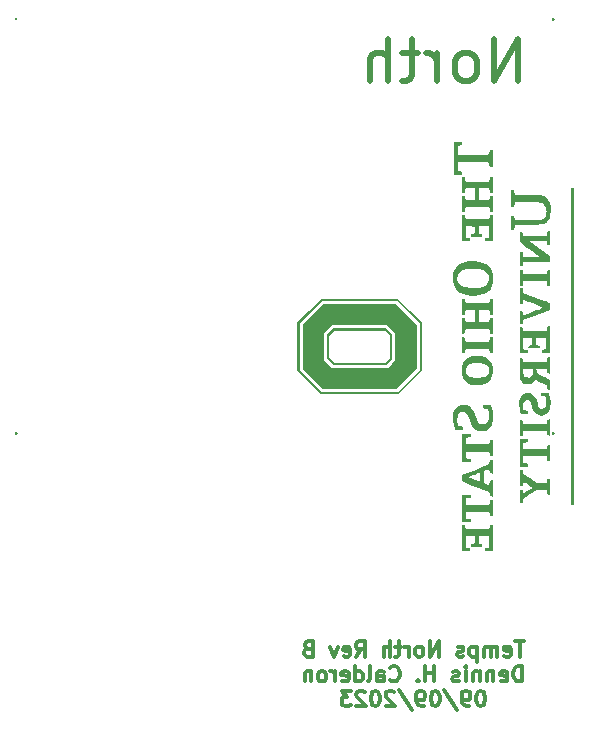
<source format=gbr>
%TF.GenerationSoftware,KiCad,Pcbnew,7.0.7*%
%TF.CreationDate,2023-09-14T17:32:12-04:00*%
%TF.ProjectId,Temps_North_DCT_HSK,54656d70-735f-44e6-9f72-74685f444354,B*%
%TF.SameCoordinates,Original*%
%TF.FileFunction,Legend,Bot*%
%TF.FilePolarity,Positive*%
%FSLAX46Y46*%
G04 Gerber Fmt 4.6, Leading zero omitted, Abs format (unit mm)*
G04 Created by KiCad (PCBNEW 7.0.7) date 2023-09-14 17:32:12*
%MOMM*%
%LPD*%
G01*
G04 APERTURE LIST*
%ADD10C,0.254000*%
%ADD11C,0.300000*%
%ADD12C,0.500000*%
G04 APERTURE END LIST*
D10*
X148920200Y-54838600D02*
G75*
G03*
X148920200Y-54838600I-25400J0D01*
G01*
X103454200Y-89916000D02*
G75*
G03*
X103454200Y-89916000I-25400J0D01*
G01*
X103454200Y-54813200D02*
G75*
G03*
X103454200Y-54813200I-25400J0D01*
G01*
X148920200Y-89916000D02*
G75*
G03*
X148920200Y-89916000I-25400J0D01*
G01*
D11*
X146462370Y-107505004D02*
X145719513Y-107505004D01*
X146090941Y-108805004D02*
X146090941Y-107505004D01*
X144790942Y-108743100D02*
X144914751Y-108805004D01*
X144914751Y-108805004D02*
X145162370Y-108805004D01*
X145162370Y-108805004D02*
X145286180Y-108743100D01*
X145286180Y-108743100D02*
X145348084Y-108619290D01*
X145348084Y-108619290D02*
X145348084Y-108124052D01*
X145348084Y-108124052D02*
X145286180Y-108000242D01*
X145286180Y-108000242D02*
X145162370Y-107938338D01*
X145162370Y-107938338D02*
X144914751Y-107938338D01*
X144914751Y-107938338D02*
X144790942Y-108000242D01*
X144790942Y-108000242D02*
X144729037Y-108124052D01*
X144729037Y-108124052D02*
X144729037Y-108247861D01*
X144729037Y-108247861D02*
X145348084Y-108371671D01*
X144171894Y-108805004D02*
X144171894Y-107938338D01*
X144171894Y-108062147D02*
X144109989Y-108000242D01*
X144109989Y-108000242D02*
X143986179Y-107938338D01*
X143986179Y-107938338D02*
X143800465Y-107938338D01*
X143800465Y-107938338D02*
X143676656Y-108000242D01*
X143676656Y-108000242D02*
X143614751Y-108124052D01*
X143614751Y-108124052D02*
X143614751Y-108805004D01*
X143614751Y-108124052D02*
X143552846Y-108000242D01*
X143552846Y-108000242D02*
X143429037Y-107938338D01*
X143429037Y-107938338D02*
X143243322Y-107938338D01*
X143243322Y-107938338D02*
X143119513Y-108000242D01*
X143119513Y-108000242D02*
X143057608Y-108124052D01*
X143057608Y-108124052D02*
X143057608Y-108805004D01*
X142438561Y-107938338D02*
X142438561Y-109238338D01*
X142438561Y-108000242D02*
X142314751Y-107938338D01*
X142314751Y-107938338D02*
X142067132Y-107938338D01*
X142067132Y-107938338D02*
X141943323Y-108000242D01*
X141943323Y-108000242D02*
X141881418Y-108062147D01*
X141881418Y-108062147D02*
X141819513Y-108185957D01*
X141819513Y-108185957D02*
X141819513Y-108557385D01*
X141819513Y-108557385D02*
X141881418Y-108681195D01*
X141881418Y-108681195D02*
X141943323Y-108743100D01*
X141943323Y-108743100D02*
X142067132Y-108805004D01*
X142067132Y-108805004D02*
X142314751Y-108805004D01*
X142314751Y-108805004D02*
X142438561Y-108743100D01*
X141324275Y-108743100D02*
X141200466Y-108805004D01*
X141200466Y-108805004D02*
X140952847Y-108805004D01*
X140952847Y-108805004D02*
X140829037Y-108743100D01*
X140829037Y-108743100D02*
X140767133Y-108619290D01*
X140767133Y-108619290D02*
X140767133Y-108557385D01*
X140767133Y-108557385D02*
X140829037Y-108433576D01*
X140829037Y-108433576D02*
X140952847Y-108371671D01*
X140952847Y-108371671D02*
X141138561Y-108371671D01*
X141138561Y-108371671D02*
X141262371Y-108309766D01*
X141262371Y-108309766D02*
X141324275Y-108185957D01*
X141324275Y-108185957D02*
X141324275Y-108124052D01*
X141324275Y-108124052D02*
X141262371Y-108000242D01*
X141262371Y-108000242D02*
X141138561Y-107938338D01*
X141138561Y-107938338D02*
X140952847Y-107938338D01*
X140952847Y-107938338D02*
X140829037Y-108000242D01*
X139219514Y-108805004D02*
X139219514Y-107505004D01*
X139219514Y-107505004D02*
X138476657Y-108805004D01*
X138476657Y-108805004D02*
X138476657Y-107505004D01*
X137671894Y-108805004D02*
X137795704Y-108743100D01*
X137795704Y-108743100D02*
X137857609Y-108681195D01*
X137857609Y-108681195D02*
X137919513Y-108557385D01*
X137919513Y-108557385D02*
X137919513Y-108185957D01*
X137919513Y-108185957D02*
X137857609Y-108062147D01*
X137857609Y-108062147D02*
X137795704Y-108000242D01*
X137795704Y-108000242D02*
X137671894Y-107938338D01*
X137671894Y-107938338D02*
X137486180Y-107938338D01*
X137486180Y-107938338D02*
X137362371Y-108000242D01*
X137362371Y-108000242D02*
X137300466Y-108062147D01*
X137300466Y-108062147D02*
X137238561Y-108185957D01*
X137238561Y-108185957D02*
X137238561Y-108557385D01*
X137238561Y-108557385D02*
X137300466Y-108681195D01*
X137300466Y-108681195D02*
X137362371Y-108743100D01*
X137362371Y-108743100D02*
X137486180Y-108805004D01*
X137486180Y-108805004D02*
X137671894Y-108805004D01*
X136681419Y-108805004D02*
X136681419Y-107938338D01*
X136681419Y-108185957D02*
X136619514Y-108062147D01*
X136619514Y-108062147D02*
X136557609Y-108000242D01*
X136557609Y-108000242D02*
X136433800Y-107938338D01*
X136433800Y-107938338D02*
X136309990Y-107938338D01*
X136062371Y-107938338D02*
X135567133Y-107938338D01*
X135876657Y-107505004D02*
X135876657Y-108619290D01*
X135876657Y-108619290D02*
X135814752Y-108743100D01*
X135814752Y-108743100D02*
X135690942Y-108805004D01*
X135690942Y-108805004D02*
X135567133Y-108805004D01*
X135133800Y-108805004D02*
X135133800Y-107505004D01*
X134576657Y-108805004D02*
X134576657Y-108124052D01*
X134576657Y-108124052D02*
X134638562Y-108000242D01*
X134638562Y-108000242D02*
X134762371Y-107938338D01*
X134762371Y-107938338D02*
X134948085Y-107938338D01*
X134948085Y-107938338D02*
X135071895Y-108000242D01*
X135071895Y-108000242D02*
X135133800Y-108062147D01*
X132224277Y-108805004D02*
X132657610Y-108185957D01*
X132967134Y-108805004D02*
X132967134Y-107505004D01*
X132967134Y-107505004D02*
X132471896Y-107505004D01*
X132471896Y-107505004D02*
X132348086Y-107566909D01*
X132348086Y-107566909D02*
X132286181Y-107628814D01*
X132286181Y-107628814D02*
X132224277Y-107752623D01*
X132224277Y-107752623D02*
X132224277Y-107938338D01*
X132224277Y-107938338D02*
X132286181Y-108062147D01*
X132286181Y-108062147D02*
X132348086Y-108124052D01*
X132348086Y-108124052D02*
X132471896Y-108185957D01*
X132471896Y-108185957D02*
X132967134Y-108185957D01*
X131171896Y-108743100D02*
X131295705Y-108805004D01*
X131295705Y-108805004D02*
X131543324Y-108805004D01*
X131543324Y-108805004D02*
X131667134Y-108743100D01*
X131667134Y-108743100D02*
X131729038Y-108619290D01*
X131729038Y-108619290D02*
X131729038Y-108124052D01*
X131729038Y-108124052D02*
X131667134Y-108000242D01*
X131667134Y-108000242D02*
X131543324Y-107938338D01*
X131543324Y-107938338D02*
X131295705Y-107938338D01*
X131295705Y-107938338D02*
X131171896Y-108000242D01*
X131171896Y-108000242D02*
X131109991Y-108124052D01*
X131109991Y-108124052D02*
X131109991Y-108247861D01*
X131109991Y-108247861D02*
X131729038Y-108371671D01*
X130676657Y-107938338D02*
X130367133Y-108805004D01*
X130367133Y-108805004D02*
X130057610Y-107938338D01*
X128138562Y-108124052D02*
X127952848Y-108185957D01*
X127952848Y-108185957D02*
X127890943Y-108247861D01*
X127890943Y-108247861D02*
X127829039Y-108371671D01*
X127829039Y-108371671D02*
X127829039Y-108557385D01*
X127829039Y-108557385D02*
X127890943Y-108681195D01*
X127890943Y-108681195D02*
X127952848Y-108743100D01*
X127952848Y-108743100D02*
X128076658Y-108805004D01*
X128076658Y-108805004D02*
X128571896Y-108805004D01*
X128571896Y-108805004D02*
X128571896Y-107505004D01*
X128571896Y-107505004D02*
X128138562Y-107505004D01*
X128138562Y-107505004D02*
X128014753Y-107566909D01*
X128014753Y-107566909D02*
X127952848Y-107628814D01*
X127952848Y-107628814D02*
X127890943Y-107752623D01*
X127890943Y-107752623D02*
X127890943Y-107876433D01*
X127890943Y-107876433D02*
X127952848Y-108000242D01*
X127952848Y-108000242D02*
X128014753Y-108062147D01*
X128014753Y-108062147D02*
X128138562Y-108124052D01*
X128138562Y-108124052D02*
X128571896Y-108124052D01*
X146276656Y-110898004D02*
X146276656Y-109598004D01*
X146276656Y-109598004D02*
X145967132Y-109598004D01*
X145967132Y-109598004D02*
X145781418Y-109659909D01*
X145781418Y-109659909D02*
X145657608Y-109783719D01*
X145657608Y-109783719D02*
X145595703Y-109907528D01*
X145595703Y-109907528D02*
X145533799Y-110155147D01*
X145533799Y-110155147D02*
X145533799Y-110340861D01*
X145533799Y-110340861D02*
X145595703Y-110588480D01*
X145595703Y-110588480D02*
X145657608Y-110712290D01*
X145657608Y-110712290D02*
X145781418Y-110836100D01*
X145781418Y-110836100D02*
X145967132Y-110898004D01*
X145967132Y-110898004D02*
X146276656Y-110898004D01*
X144481418Y-110836100D02*
X144605227Y-110898004D01*
X144605227Y-110898004D02*
X144852846Y-110898004D01*
X144852846Y-110898004D02*
X144976656Y-110836100D01*
X144976656Y-110836100D02*
X145038560Y-110712290D01*
X145038560Y-110712290D02*
X145038560Y-110217052D01*
X145038560Y-110217052D02*
X144976656Y-110093242D01*
X144976656Y-110093242D02*
X144852846Y-110031338D01*
X144852846Y-110031338D02*
X144605227Y-110031338D01*
X144605227Y-110031338D02*
X144481418Y-110093242D01*
X144481418Y-110093242D02*
X144419513Y-110217052D01*
X144419513Y-110217052D02*
X144419513Y-110340861D01*
X144419513Y-110340861D02*
X145038560Y-110464671D01*
X143862370Y-110031338D02*
X143862370Y-110898004D01*
X143862370Y-110155147D02*
X143800465Y-110093242D01*
X143800465Y-110093242D02*
X143676655Y-110031338D01*
X143676655Y-110031338D02*
X143490941Y-110031338D01*
X143490941Y-110031338D02*
X143367132Y-110093242D01*
X143367132Y-110093242D02*
X143305227Y-110217052D01*
X143305227Y-110217052D02*
X143305227Y-110898004D01*
X142686180Y-110031338D02*
X142686180Y-110898004D01*
X142686180Y-110155147D02*
X142624275Y-110093242D01*
X142624275Y-110093242D02*
X142500465Y-110031338D01*
X142500465Y-110031338D02*
X142314751Y-110031338D01*
X142314751Y-110031338D02*
X142190942Y-110093242D01*
X142190942Y-110093242D02*
X142129037Y-110217052D01*
X142129037Y-110217052D02*
X142129037Y-110898004D01*
X141509990Y-110898004D02*
X141509990Y-110031338D01*
X141509990Y-109598004D02*
X141571894Y-109659909D01*
X141571894Y-109659909D02*
X141509990Y-109721814D01*
X141509990Y-109721814D02*
X141448085Y-109659909D01*
X141448085Y-109659909D02*
X141509990Y-109598004D01*
X141509990Y-109598004D02*
X141509990Y-109721814D01*
X140952846Y-110836100D02*
X140829037Y-110898004D01*
X140829037Y-110898004D02*
X140581418Y-110898004D01*
X140581418Y-110898004D02*
X140457608Y-110836100D01*
X140457608Y-110836100D02*
X140395704Y-110712290D01*
X140395704Y-110712290D02*
X140395704Y-110650385D01*
X140395704Y-110650385D02*
X140457608Y-110526576D01*
X140457608Y-110526576D02*
X140581418Y-110464671D01*
X140581418Y-110464671D02*
X140767132Y-110464671D01*
X140767132Y-110464671D02*
X140890942Y-110402766D01*
X140890942Y-110402766D02*
X140952846Y-110278957D01*
X140952846Y-110278957D02*
X140952846Y-110217052D01*
X140952846Y-110217052D02*
X140890942Y-110093242D01*
X140890942Y-110093242D02*
X140767132Y-110031338D01*
X140767132Y-110031338D02*
X140581418Y-110031338D01*
X140581418Y-110031338D02*
X140457608Y-110093242D01*
X138848085Y-110898004D02*
X138848085Y-109598004D01*
X138848085Y-110217052D02*
X138105228Y-110217052D01*
X138105228Y-110898004D02*
X138105228Y-109598004D01*
X137486180Y-110774195D02*
X137424275Y-110836100D01*
X137424275Y-110836100D02*
X137486180Y-110898004D01*
X137486180Y-110898004D02*
X137548084Y-110836100D01*
X137548084Y-110836100D02*
X137486180Y-110774195D01*
X137486180Y-110774195D02*
X137486180Y-110898004D01*
X135133799Y-110774195D02*
X135195703Y-110836100D01*
X135195703Y-110836100D02*
X135381418Y-110898004D01*
X135381418Y-110898004D02*
X135505227Y-110898004D01*
X135505227Y-110898004D02*
X135690941Y-110836100D01*
X135690941Y-110836100D02*
X135814751Y-110712290D01*
X135814751Y-110712290D02*
X135876656Y-110588480D01*
X135876656Y-110588480D02*
X135938560Y-110340861D01*
X135938560Y-110340861D02*
X135938560Y-110155147D01*
X135938560Y-110155147D02*
X135876656Y-109907528D01*
X135876656Y-109907528D02*
X135814751Y-109783719D01*
X135814751Y-109783719D02*
X135690941Y-109659909D01*
X135690941Y-109659909D02*
X135505227Y-109598004D01*
X135505227Y-109598004D02*
X135381418Y-109598004D01*
X135381418Y-109598004D02*
X135195703Y-109659909D01*
X135195703Y-109659909D02*
X135133799Y-109721814D01*
X134019513Y-110898004D02*
X134019513Y-110217052D01*
X134019513Y-110217052D02*
X134081418Y-110093242D01*
X134081418Y-110093242D02*
X134205227Y-110031338D01*
X134205227Y-110031338D02*
X134452846Y-110031338D01*
X134452846Y-110031338D02*
X134576656Y-110093242D01*
X134019513Y-110836100D02*
X134143322Y-110898004D01*
X134143322Y-110898004D02*
X134452846Y-110898004D01*
X134452846Y-110898004D02*
X134576656Y-110836100D01*
X134576656Y-110836100D02*
X134638560Y-110712290D01*
X134638560Y-110712290D02*
X134638560Y-110588480D01*
X134638560Y-110588480D02*
X134576656Y-110464671D01*
X134576656Y-110464671D02*
X134452846Y-110402766D01*
X134452846Y-110402766D02*
X134143322Y-110402766D01*
X134143322Y-110402766D02*
X134019513Y-110340861D01*
X133214751Y-110898004D02*
X133338561Y-110836100D01*
X133338561Y-110836100D02*
X133400466Y-110712290D01*
X133400466Y-110712290D02*
X133400466Y-109598004D01*
X132162371Y-110898004D02*
X132162371Y-109598004D01*
X132162371Y-110836100D02*
X132286180Y-110898004D01*
X132286180Y-110898004D02*
X132533799Y-110898004D01*
X132533799Y-110898004D02*
X132657609Y-110836100D01*
X132657609Y-110836100D02*
X132719514Y-110774195D01*
X132719514Y-110774195D02*
X132781418Y-110650385D01*
X132781418Y-110650385D02*
X132781418Y-110278957D01*
X132781418Y-110278957D02*
X132719514Y-110155147D01*
X132719514Y-110155147D02*
X132657609Y-110093242D01*
X132657609Y-110093242D02*
X132533799Y-110031338D01*
X132533799Y-110031338D02*
X132286180Y-110031338D01*
X132286180Y-110031338D02*
X132162371Y-110093242D01*
X131048086Y-110836100D02*
X131171895Y-110898004D01*
X131171895Y-110898004D02*
X131419514Y-110898004D01*
X131419514Y-110898004D02*
X131543324Y-110836100D01*
X131543324Y-110836100D02*
X131605228Y-110712290D01*
X131605228Y-110712290D02*
X131605228Y-110217052D01*
X131605228Y-110217052D02*
X131543324Y-110093242D01*
X131543324Y-110093242D02*
X131419514Y-110031338D01*
X131419514Y-110031338D02*
X131171895Y-110031338D01*
X131171895Y-110031338D02*
X131048086Y-110093242D01*
X131048086Y-110093242D02*
X130986181Y-110217052D01*
X130986181Y-110217052D02*
X130986181Y-110340861D01*
X130986181Y-110340861D02*
X131605228Y-110464671D01*
X130429038Y-110898004D02*
X130429038Y-110031338D01*
X130429038Y-110278957D02*
X130367133Y-110155147D01*
X130367133Y-110155147D02*
X130305228Y-110093242D01*
X130305228Y-110093242D02*
X130181419Y-110031338D01*
X130181419Y-110031338D02*
X130057609Y-110031338D01*
X129438561Y-110898004D02*
X129562371Y-110836100D01*
X129562371Y-110836100D02*
X129624276Y-110774195D01*
X129624276Y-110774195D02*
X129686180Y-110650385D01*
X129686180Y-110650385D02*
X129686180Y-110278957D01*
X129686180Y-110278957D02*
X129624276Y-110155147D01*
X129624276Y-110155147D02*
X129562371Y-110093242D01*
X129562371Y-110093242D02*
X129438561Y-110031338D01*
X129438561Y-110031338D02*
X129252847Y-110031338D01*
X129252847Y-110031338D02*
X129129038Y-110093242D01*
X129129038Y-110093242D02*
X129067133Y-110155147D01*
X129067133Y-110155147D02*
X129005228Y-110278957D01*
X129005228Y-110278957D02*
X129005228Y-110650385D01*
X129005228Y-110650385D02*
X129067133Y-110774195D01*
X129067133Y-110774195D02*
X129129038Y-110836100D01*
X129129038Y-110836100D02*
X129252847Y-110898004D01*
X129252847Y-110898004D02*
X129438561Y-110898004D01*
X128448086Y-110031338D02*
X128448086Y-110898004D01*
X128448086Y-110155147D02*
X128386181Y-110093242D01*
X128386181Y-110093242D02*
X128262371Y-110031338D01*
X128262371Y-110031338D02*
X128076657Y-110031338D01*
X128076657Y-110031338D02*
X127952848Y-110093242D01*
X127952848Y-110093242D02*
X127890943Y-110217052D01*
X127890943Y-110217052D02*
X127890943Y-110898004D01*
X142840942Y-111691004D02*
X142717132Y-111691004D01*
X142717132Y-111691004D02*
X142593323Y-111752909D01*
X142593323Y-111752909D02*
X142531418Y-111814814D01*
X142531418Y-111814814D02*
X142469513Y-111938623D01*
X142469513Y-111938623D02*
X142407608Y-112186242D01*
X142407608Y-112186242D02*
X142407608Y-112495766D01*
X142407608Y-112495766D02*
X142469513Y-112743385D01*
X142469513Y-112743385D02*
X142531418Y-112867195D01*
X142531418Y-112867195D02*
X142593323Y-112929100D01*
X142593323Y-112929100D02*
X142717132Y-112991004D01*
X142717132Y-112991004D02*
X142840942Y-112991004D01*
X142840942Y-112991004D02*
X142964751Y-112929100D01*
X142964751Y-112929100D02*
X143026656Y-112867195D01*
X143026656Y-112867195D02*
X143088561Y-112743385D01*
X143088561Y-112743385D02*
X143150465Y-112495766D01*
X143150465Y-112495766D02*
X143150465Y-112186242D01*
X143150465Y-112186242D02*
X143088561Y-111938623D01*
X143088561Y-111938623D02*
X143026656Y-111814814D01*
X143026656Y-111814814D02*
X142964751Y-111752909D01*
X142964751Y-111752909D02*
X142840942Y-111691004D01*
X141788561Y-112991004D02*
X141540942Y-112991004D01*
X141540942Y-112991004D02*
X141417132Y-112929100D01*
X141417132Y-112929100D02*
X141355228Y-112867195D01*
X141355228Y-112867195D02*
X141231418Y-112681480D01*
X141231418Y-112681480D02*
X141169513Y-112433861D01*
X141169513Y-112433861D02*
X141169513Y-111938623D01*
X141169513Y-111938623D02*
X141231418Y-111814814D01*
X141231418Y-111814814D02*
X141293323Y-111752909D01*
X141293323Y-111752909D02*
X141417132Y-111691004D01*
X141417132Y-111691004D02*
X141664751Y-111691004D01*
X141664751Y-111691004D02*
X141788561Y-111752909D01*
X141788561Y-111752909D02*
X141850466Y-111814814D01*
X141850466Y-111814814D02*
X141912370Y-111938623D01*
X141912370Y-111938623D02*
X141912370Y-112248147D01*
X141912370Y-112248147D02*
X141850466Y-112371957D01*
X141850466Y-112371957D02*
X141788561Y-112433861D01*
X141788561Y-112433861D02*
X141664751Y-112495766D01*
X141664751Y-112495766D02*
X141417132Y-112495766D01*
X141417132Y-112495766D02*
X141293323Y-112433861D01*
X141293323Y-112433861D02*
X141231418Y-112371957D01*
X141231418Y-112371957D02*
X141169513Y-112248147D01*
X139683799Y-111629100D02*
X140798085Y-113300528D01*
X139002847Y-111691004D02*
X138879037Y-111691004D01*
X138879037Y-111691004D02*
X138755228Y-111752909D01*
X138755228Y-111752909D02*
X138693323Y-111814814D01*
X138693323Y-111814814D02*
X138631418Y-111938623D01*
X138631418Y-111938623D02*
X138569513Y-112186242D01*
X138569513Y-112186242D02*
X138569513Y-112495766D01*
X138569513Y-112495766D02*
X138631418Y-112743385D01*
X138631418Y-112743385D02*
X138693323Y-112867195D01*
X138693323Y-112867195D02*
X138755228Y-112929100D01*
X138755228Y-112929100D02*
X138879037Y-112991004D01*
X138879037Y-112991004D02*
X139002847Y-112991004D01*
X139002847Y-112991004D02*
X139126656Y-112929100D01*
X139126656Y-112929100D02*
X139188561Y-112867195D01*
X139188561Y-112867195D02*
X139250466Y-112743385D01*
X139250466Y-112743385D02*
X139312370Y-112495766D01*
X139312370Y-112495766D02*
X139312370Y-112186242D01*
X139312370Y-112186242D02*
X139250466Y-111938623D01*
X139250466Y-111938623D02*
X139188561Y-111814814D01*
X139188561Y-111814814D02*
X139126656Y-111752909D01*
X139126656Y-111752909D02*
X139002847Y-111691004D01*
X137950466Y-112991004D02*
X137702847Y-112991004D01*
X137702847Y-112991004D02*
X137579037Y-112929100D01*
X137579037Y-112929100D02*
X137517133Y-112867195D01*
X137517133Y-112867195D02*
X137393323Y-112681480D01*
X137393323Y-112681480D02*
X137331418Y-112433861D01*
X137331418Y-112433861D02*
X137331418Y-111938623D01*
X137331418Y-111938623D02*
X137393323Y-111814814D01*
X137393323Y-111814814D02*
X137455228Y-111752909D01*
X137455228Y-111752909D02*
X137579037Y-111691004D01*
X137579037Y-111691004D02*
X137826656Y-111691004D01*
X137826656Y-111691004D02*
X137950466Y-111752909D01*
X137950466Y-111752909D02*
X138012371Y-111814814D01*
X138012371Y-111814814D02*
X138074275Y-111938623D01*
X138074275Y-111938623D02*
X138074275Y-112248147D01*
X138074275Y-112248147D02*
X138012371Y-112371957D01*
X138012371Y-112371957D02*
X137950466Y-112433861D01*
X137950466Y-112433861D02*
X137826656Y-112495766D01*
X137826656Y-112495766D02*
X137579037Y-112495766D01*
X137579037Y-112495766D02*
X137455228Y-112433861D01*
X137455228Y-112433861D02*
X137393323Y-112371957D01*
X137393323Y-112371957D02*
X137331418Y-112248147D01*
X135845704Y-111629100D02*
X136959990Y-113300528D01*
X135474275Y-111814814D02*
X135412371Y-111752909D01*
X135412371Y-111752909D02*
X135288561Y-111691004D01*
X135288561Y-111691004D02*
X134979037Y-111691004D01*
X134979037Y-111691004D02*
X134855228Y-111752909D01*
X134855228Y-111752909D02*
X134793323Y-111814814D01*
X134793323Y-111814814D02*
X134731418Y-111938623D01*
X134731418Y-111938623D02*
X134731418Y-112062433D01*
X134731418Y-112062433D02*
X134793323Y-112248147D01*
X134793323Y-112248147D02*
X135536180Y-112991004D01*
X135536180Y-112991004D02*
X134731418Y-112991004D01*
X133926657Y-111691004D02*
X133802847Y-111691004D01*
X133802847Y-111691004D02*
X133679038Y-111752909D01*
X133679038Y-111752909D02*
X133617133Y-111814814D01*
X133617133Y-111814814D02*
X133555228Y-111938623D01*
X133555228Y-111938623D02*
X133493323Y-112186242D01*
X133493323Y-112186242D02*
X133493323Y-112495766D01*
X133493323Y-112495766D02*
X133555228Y-112743385D01*
X133555228Y-112743385D02*
X133617133Y-112867195D01*
X133617133Y-112867195D02*
X133679038Y-112929100D01*
X133679038Y-112929100D02*
X133802847Y-112991004D01*
X133802847Y-112991004D02*
X133926657Y-112991004D01*
X133926657Y-112991004D02*
X134050466Y-112929100D01*
X134050466Y-112929100D02*
X134112371Y-112867195D01*
X134112371Y-112867195D02*
X134174276Y-112743385D01*
X134174276Y-112743385D02*
X134236180Y-112495766D01*
X134236180Y-112495766D02*
X134236180Y-112186242D01*
X134236180Y-112186242D02*
X134174276Y-111938623D01*
X134174276Y-111938623D02*
X134112371Y-111814814D01*
X134112371Y-111814814D02*
X134050466Y-111752909D01*
X134050466Y-111752909D02*
X133926657Y-111691004D01*
X132998085Y-111814814D02*
X132936181Y-111752909D01*
X132936181Y-111752909D02*
X132812371Y-111691004D01*
X132812371Y-111691004D02*
X132502847Y-111691004D01*
X132502847Y-111691004D02*
X132379038Y-111752909D01*
X132379038Y-111752909D02*
X132317133Y-111814814D01*
X132317133Y-111814814D02*
X132255228Y-111938623D01*
X132255228Y-111938623D02*
X132255228Y-112062433D01*
X132255228Y-112062433D02*
X132317133Y-112248147D01*
X132317133Y-112248147D02*
X133059990Y-112991004D01*
X133059990Y-112991004D02*
X132255228Y-112991004D01*
X131821895Y-111691004D02*
X131017133Y-111691004D01*
X131017133Y-111691004D02*
X131450467Y-112186242D01*
X131450467Y-112186242D02*
X131264752Y-112186242D01*
X131264752Y-112186242D02*
X131140943Y-112248147D01*
X131140943Y-112248147D02*
X131079038Y-112310052D01*
X131079038Y-112310052D02*
X131017133Y-112433861D01*
X131017133Y-112433861D02*
X131017133Y-112743385D01*
X131017133Y-112743385D02*
X131079038Y-112867195D01*
X131079038Y-112867195D02*
X131140943Y-112929100D01*
X131140943Y-112929100D02*
X131264752Y-112991004D01*
X131264752Y-112991004D02*
X131636181Y-112991004D01*
X131636181Y-112991004D02*
X131759990Y-112929100D01*
X131759990Y-112929100D02*
X131821895Y-112867195D01*
D12*
X145949041Y-60016624D02*
X145949041Y-56516624D01*
X145949041Y-56516624D02*
X143949041Y-60016624D01*
X143949041Y-60016624D02*
X143949041Y-56516624D01*
X141782374Y-60016624D02*
X142115708Y-59849958D01*
X142115708Y-59849958D02*
X142282374Y-59683291D01*
X142282374Y-59683291D02*
X142449041Y-59349958D01*
X142449041Y-59349958D02*
X142449041Y-58349958D01*
X142449041Y-58349958D02*
X142282374Y-58016624D01*
X142282374Y-58016624D02*
X142115708Y-57849958D01*
X142115708Y-57849958D02*
X141782374Y-57683291D01*
X141782374Y-57683291D02*
X141282374Y-57683291D01*
X141282374Y-57683291D02*
X140949041Y-57849958D01*
X140949041Y-57849958D02*
X140782374Y-58016624D01*
X140782374Y-58016624D02*
X140615708Y-58349958D01*
X140615708Y-58349958D02*
X140615708Y-59349958D01*
X140615708Y-59349958D02*
X140782374Y-59683291D01*
X140782374Y-59683291D02*
X140949041Y-59849958D01*
X140949041Y-59849958D02*
X141282374Y-60016624D01*
X141282374Y-60016624D02*
X141782374Y-60016624D01*
X139115707Y-60016624D02*
X139115707Y-57683291D01*
X139115707Y-58349958D02*
X138949041Y-58016624D01*
X138949041Y-58016624D02*
X138782374Y-57849958D01*
X138782374Y-57849958D02*
X138449041Y-57683291D01*
X138449041Y-57683291D02*
X138115707Y-57683291D01*
X137449040Y-57683291D02*
X136115707Y-57683291D01*
X136949040Y-56516624D02*
X136949040Y-59516624D01*
X136949040Y-59516624D02*
X136782374Y-59849958D01*
X136782374Y-59849958D02*
X136449040Y-60016624D01*
X136449040Y-60016624D02*
X136115707Y-60016624D01*
X134949040Y-60016624D02*
X134949040Y-56516624D01*
X133449040Y-60016624D02*
X133449040Y-58183291D01*
X133449040Y-58183291D02*
X133615707Y-57849958D01*
X133615707Y-57849958D02*
X133949040Y-57683291D01*
X133949040Y-57683291D02*
X134449040Y-57683291D01*
X134449040Y-57683291D02*
X134782374Y-57849958D01*
X134782374Y-57849958D02*
X134949040Y-58016624D01*
%TO.C,G\u002A\u002A\u002A*%
G36*
X150648600Y-95979886D02*
G01*
X150453964Y-95979886D01*
X150453964Y-69120115D01*
X150648600Y-69120115D01*
X150648600Y-95979886D01*
G37*
G36*
X141922419Y-95322719D02*
G01*
X141727783Y-95344739D01*
X141533147Y-95366760D01*
X141533147Y-95947446D01*
X143508725Y-95947446D01*
X143530745Y-95752810D01*
X143552766Y-95558174D01*
X143803900Y-95558174D01*
X143803900Y-96920626D01*
X143552766Y-96920626D01*
X143530745Y-96725990D01*
X143508725Y-96531354D01*
X141533147Y-96531354D01*
X141533147Y-97112041D01*
X141727783Y-97134061D01*
X141922419Y-97156082D01*
X141922419Y-97407216D01*
X141208754Y-97407216D01*
X141208754Y-95071584D01*
X141922419Y-95071584D01*
X141922419Y-95322719D01*
G37*
G36*
X146372978Y-76418966D02*
G01*
X148373871Y-76418966D01*
X148394500Y-76264879D01*
X148404162Y-76195296D01*
X148422159Y-76102219D01*
X148447072Y-76052760D01*
X148488302Y-76033169D01*
X148555245Y-76029694D01*
X148669801Y-76029694D01*
X148669801Y-77396063D01*
X148548153Y-77385994D01*
X148533668Y-77384782D01*
X148471129Y-77375504D01*
X148435972Y-77350644D01*
X148415870Y-77294007D01*
X148398494Y-77189400D01*
X148370482Y-77002874D01*
X146372978Y-77002874D01*
X146327798Y-77392146D01*
X146074654Y-77392146D01*
X146074654Y-76029694D01*
X146327798Y-76029694D01*
X146372978Y-76418966D01*
G37*
G36*
X135709881Y-78529923D02*
G01*
X135807604Y-78529959D01*
X136805114Y-79505647D01*
X137802623Y-80481334D01*
X137802623Y-84577073D01*
X136805310Y-85574775D01*
X135807997Y-86572478D01*
X129237963Y-86572478D01*
X127259839Y-84616990D01*
X127259839Y-84545439D01*
X127454475Y-84545439D01*
X128392676Y-85483221D01*
X129330877Y-86421004D01*
X135742725Y-86377180D01*
X137607987Y-84513000D01*
X137607987Y-80587008D01*
X135709881Y-78689720D01*
X129319317Y-78689720D01*
X127454475Y-80555394D01*
X127454475Y-84545439D01*
X127259839Y-84545439D01*
X127259839Y-80490495D01*
X128240930Y-79509009D01*
X129222020Y-78527523D01*
X135709881Y-78529923D01*
G37*
G36*
X134702921Y-80992912D02*
G01*
X134768190Y-80992912D01*
X135036492Y-81259821D01*
X135304794Y-81526729D01*
X135304794Y-83576551D01*
X135033024Y-83841820D01*
X134761253Y-84107089D01*
X130333649Y-84107089D01*
X129790107Y-83576551D01*
X129790107Y-83476262D01*
X129952304Y-83476262D01*
X130172084Y-83694357D01*
X130391863Y-83912453D01*
X134706541Y-83912453D01*
X134908350Y-83708834D01*
X135110158Y-83505215D01*
X135110158Y-81591166D01*
X134906540Y-81389357D01*
X134702921Y-81187548D01*
X130388495Y-81187548D01*
X130170400Y-81407328D01*
X129952304Y-81627108D01*
X129952304Y-83476262D01*
X129790107Y-83476262D01*
X129790107Y-81529517D01*
X130057016Y-81261214D01*
X130323924Y-80992912D01*
X134702921Y-80992912D01*
G37*
G36*
X134865804Y-78916795D02*
G01*
X135612534Y-78916795D01*
X136496723Y-79800546D01*
X137380912Y-80684296D01*
X137380912Y-84412495D01*
X135647008Y-86150767D01*
X129449937Y-86150767D01*
X128581963Y-85283240D01*
X127713990Y-84415713D01*
X127713990Y-83670264D01*
X129498153Y-83670264D01*
X129847406Y-84018434D01*
X130196658Y-84366603D01*
X134900462Y-84366603D01*
X135232386Y-84033546D01*
X135564309Y-83700489D01*
X135564309Y-81397298D01*
X135215057Y-81049128D01*
X134865804Y-80700958D01*
X130226980Y-80700958D01*
X129862567Y-81066408D01*
X129498153Y-81431859D01*
X129498153Y-83670264D01*
X127713990Y-83670264D01*
X127713990Y-80685173D01*
X128597741Y-79800984D01*
X129481491Y-78916795D01*
X134865804Y-78916795D01*
G37*
G36*
X146788319Y-90621025D02*
G01*
X146399047Y-90666205D01*
X146399047Y-91243743D01*
X148370482Y-91243743D01*
X148398494Y-91057216D01*
X148401838Y-91035008D01*
X148418804Y-90939847D01*
X148440627Y-90889859D01*
X148479634Y-90868848D01*
X148548153Y-90860622D01*
X148669801Y-90850554D01*
X148669801Y-92220839D01*
X148548153Y-92210771D01*
X148533668Y-92209558D01*
X148471129Y-92200280D01*
X148435972Y-92175420D01*
X148415870Y-92118784D01*
X148398494Y-92014177D01*
X148370482Y-91827651D01*
X146399047Y-91827651D01*
X146399047Y-92408337D01*
X146593683Y-92430358D01*
X146788319Y-92452378D01*
X146788319Y-92703513D01*
X146074654Y-92703513D01*
X146074654Y-90367880D01*
X146788319Y-90367880D01*
X146788319Y-90621025D01*
G37*
G36*
X148669801Y-90079843D02*
G01*
X148548153Y-90069775D01*
X148533157Y-90068519D01*
X148470891Y-90059214D01*
X148435872Y-90034260D01*
X148415812Y-89977484D01*
X148398425Y-89872717D01*
X148370345Y-89685728D01*
X147376586Y-89694301D01*
X146382828Y-89702874D01*
X146323668Y-90075926D01*
X146073338Y-90075926D01*
X146090874Y-88729694D01*
X146204411Y-88729694D01*
X146217658Y-88729708D01*
X146276189Y-88733861D01*
X146309310Y-88756087D01*
X146328680Y-88811752D01*
X146345961Y-88916220D01*
X146373973Y-89102746D01*
X148373871Y-89102746D01*
X148394500Y-88948660D01*
X148404162Y-88879076D01*
X148422159Y-88785999D01*
X148447072Y-88736540D01*
X148488302Y-88716949D01*
X148555245Y-88713474D01*
X148669801Y-88713474D01*
X148669801Y-90079843D01*
G37*
G36*
X143803900Y-83101469D02*
G01*
X143553423Y-83101469D01*
X143534121Y-82938500D01*
X143526390Y-82881215D01*
X143510176Y-82792526D01*
X143495249Y-82743864D01*
X143464594Y-82735546D01*
X143372873Y-82727526D01*
X143224951Y-82721036D01*
X143025410Y-82716222D01*
X142778833Y-82713227D01*
X142489804Y-82712197D01*
X141503929Y-82712197D01*
X141481909Y-82906833D01*
X141459888Y-83101469D01*
X141208754Y-83101469D01*
X141208754Y-81735101D01*
X141330401Y-81745169D01*
X141344886Y-81746381D01*
X141407425Y-81755659D01*
X141442582Y-81780520D01*
X141462684Y-81837156D01*
X141480060Y-81941763D01*
X141508072Y-82128289D01*
X143504582Y-82128289D01*
X143532594Y-81941763D01*
X143535938Y-81919555D01*
X143552904Y-81824394D01*
X143574727Y-81774405D01*
X143613734Y-81753395D01*
X143682253Y-81745169D01*
X143803900Y-81735101D01*
X143803900Y-83101469D01*
G37*
G36*
X141922419Y-90074457D02*
G01*
X141922227Y-90104698D01*
X141913675Y-90173192D01*
X141879179Y-90205115D01*
X141800771Y-90222303D01*
X141722278Y-90234552D01*
X141622877Y-90253031D01*
X141566006Y-90279263D01*
X141539923Y-90327492D01*
X141532884Y-90411962D01*
X141533147Y-90546915D01*
X141533147Y-90822031D01*
X143507278Y-90822031D01*
X143529570Y-90643615D01*
X143551861Y-90465198D01*
X143803900Y-90465198D01*
X143803900Y-91795211D01*
X143551861Y-91795211D01*
X143529570Y-91616795D01*
X143507278Y-91438379D01*
X141533147Y-91438379D01*
X141533147Y-91715131D01*
X141533091Y-91780184D01*
X141535862Y-91895069D01*
X141550782Y-91964584D01*
X141587841Y-92002444D01*
X141657027Y-92022368D01*
X141768332Y-92038072D01*
X141922419Y-92058701D01*
X141922419Y-92314241D01*
X141208754Y-92314241D01*
X141208754Y-89946169D01*
X141922419Y-89946169D01*
X141922419Y-90074457D01*
G37*
G36*
X141330401Y-97640443D02*
G01*
X141344886Y-97641656D01*
X141407425Y-97650934D01*
X141442582Y-97675794D01*
X141462684Y-97732431D01*
X141480060Y-97837038D01*
X141508072Y-98023564D01*
X143508725Y-98023564D01*
X143530745Y-97828928D01*
X143552766Y-97634292D01*
X143803900Y-97634292D01*
X143803900Y-99872606D01*
X143122674Y-99872606D01*
X143122674Y-99618040D01*
X143292981Y-99590968D01*
X143463287Y-99563896D01*
X143481241Y-98607472D01*
X142603645Y-98607472D01*
X142603645Y-99215461D01*
X142765842Y-99236977D01*
X142848118Y-99249210D01*
X142903561Y-99268085D01*
X142924680Y-99304094D01*
X142928038Y-99370913D01*
X142928038Y-99483334D01*
X141954858Y-99483334D01*
X141954858Y-99374359D01*
X141957413Y-99316188D01*
X141975944Y-99277731D01*
X142026510Y-99255497D01*
X142125165Y-99236491D01*
X142295471Y-99207599D01*
X142304798Y-98907536D01*
X142314126Y-98607472D01*
X141531413Y-98607472D01*
X141549367Y-99563896D01*
X141719673Y-99590968D01*
X141889980Y-99618040D01*
X141889980Y-99872606D01*
X141208754Y-99872606D01*
X141208754Y-97630375D01*
X141330401Y-97640443D01*
G37*
G36*
X143803900Y-73629183D02*
G01*
X143122674Y-73629183D01*
X143122674Y-73374337D01*
X143301091Y-73352045D01*
X143479507Y-73329754D01*
X143479507Y-72364049D01*
X142603645Y-72364049D01*
X142603645Y-72974308D01*
X142765842Y-72996616D01*
X142846667Y-73009019D01*
X142902910Y-73028078D01*
X142924515Y-73063692D01*
X142928038Y-73129417D01*
X142928038Y-73239911D01*
X141950748Y-73239911D01*
X141960913Y-73136037D01*
X141966404Y-73095154D01*
X141986992Y-73049502D01*
X142036803Y-73021755D01*
X142133275Y-72997941D01*
X142295471Y-72963718D01*
X142295471Y-72380269D01*
X141914309Y-72371129D01*
X141533147Y-72361990D01*
X141533147Y-73329754D01*
X141711563Y-73352045D01*
X141889980Y-73374337D01*
X141889980Y-73629183D01*
X141208754Y-73629183D01*
X141208754Y-71386953D01*
X141330401Y-71397021D01*
X141344886Y-71398233D01*
X141407425Y-71407511D01*
X141442582Y-71432372D01*
X141462684Y-71489008D01*
X141480060Y-71593615D01*
X141508072Y-71780141D01*
X143504582Y-71780141D01*
X143532594Y-71593615D01*
X143535938Y-71571406D01*
X143552904Y-71476246D01*
X143574727Y-71426257D01*
X143613734Y-71405247D01*
X143682253Y-71397021D01*
X143803900Y-71386953D01*
X143803900Y-73629183D01*
G37*
G36*
X148669801Y-83069030D02*
G01*
X147988575Y-83069030D01*
X147988575Y-82814184D01*
X148345407Y-82769600D01*
X148345407Y-81803896D01*
X147469545Y-81803896D01*
X147469545Y-82418009D01*
X147631742Y-82439525D01*
X147712066Y-82451446D01*
X147768598Y-82470143D01*
X147790365Y-82505337D01*
X147793939Y-82570399D01*
X147793939Y-82679758D01*
X146816648Y-82679758D01*
X146826813Y-82575884D01*
X146832304Y-82535001D01*
X146852892Y-82489349D01*
X146902703Y-82461602D01*
X146999175Y-82437788D01*
X147161372Y-82403565D01*
X147161372Y-81820115D01*
X146780210Y-81810976D01*
X146399047Y-81801837D01*
X146399047Y-82769600D01*
X146577464Y-82791892D01*
X146755880Y-82814184D01*
X146755880Y-83069030D01*
X146073802Y-83069030D01*
X146082338Y-81957983D01*
X146090874Y-80846935D01*
X146204411Y-80846935D01*
X146217658Y-80846949D01*
X146276189Y-80851102D01*
X146309310Y-80873329D01*
X146328680Y-80928993D01*
X146345961Y-81033462D01*
X146373973Y-81219988D01*
X148373871Y-81219988D01*
X148394500Y-81065901D01*
X148404162Y-80996318D01*
X148422159Y-80903241D01*
X148447072Y-80853782D01*
X148488302Y-80834190D01*
X148555245Y-80830716D01*
X148669801Y-80830716D01*
X148669801Y-83069030D01*
G37*
G36*
X148669801Y-73957493D02*
G01*
X148548153Y-73947425D01*
X148533668Y-73946212D01*
X148471129Y-73936934D01*
X148435972Y-73912074D01*
X148415870Y-73855437D01*
X148398494Y-73750831D01*
X148370482Y-73564304D01*
X146836978Y-73566638D01*
X146928965Y-73641894D01*
X146942143Y-73652218D01*
X147009869Y-73702493D01*
X147120452Y-73782726D01*
X147266524Y-73887636D01*
X147440714Y-74011943D01*
X147635656Y-74150366D01*
X147843979Y-74297624D01*
X148667007Y-74878098D01*
X148669801Y-75348468D01*
X146372978Y-75348468D01*
X146327798Y-75737740D01*
X146074654Y-75737740D01*
X146074654Y-74569924D01*
X146327798Y-74569924D01*
X146372978Y-74959196D01*
X147840814Y-74959196D01*
X147625848Y-74805109D01*
X147575066Y-74768692D01*
X147459191Y-74685542D01*
X147307598Y-74576722D01*
X147130623Y-74449654D01*
X146938600Y-74311755D01*
X146741866Y-74170448D01*
X146072850Y-73689874D01*
X146090874Y-72801980D01*
X146204411Y-72801980D01*
X146217658Y-72801994D01*
X146276189Y-72806147D01*
X146309310Y-72828373D01*
X146328680Y-72884038D01*
X146345961Y-72988506D01*
X146373973Y-73175032D01*
X148373871Y-73175032D01*
X148394500Y-73020946D01*
X148404162Y-72951363D01*
X148422159Y-72858285D01*
X148447072Y-72808826D01*
X148488302Y-72789235D01*
X148555245Y-72785760D01*
X148669801Y-72785760D01*
X148669801Y-73957493D01*
G37*
G36*
X146348733Y-93139427D02*
G01*
X146370772Y-93315827D01*
X146968945Y-93707115D01*
X147567117Y-94098404D01*
X148370482Y-94098404D01*
X148398494Y-93911878D01*
X148401838Y-93889670D01*
X148418804Y-93794509D01*
X148440627Y-93744520D01*
X148479634Y-93723510D01*
X148548153Y-93715284D01*
X148669801Y-93705216D01*
X148669801Y-95071584D01*
X148555245Y-95071584D01*
X148516918Y-95070955D01*
X148464414Y-95060883D01*
X148432775Y-95027600D01*
X148412604Y-94957356D01*
X148394500Y-94836399D01*
X148373871Y-94682312D01*
X147533747Y-94682312D01*
X146952324Y-95056866D01*
X146370901Y-95431421D01*
X146348797Y-95608335D01*
X146326693Y-95785250D01*
X146074654Y-95785250D01*
X146074654Y-94649873D01*
X146323668Y-94649873D01*
X146353248Y-94827959D01*
X146382828Y-95006044D01*
X146723441Y-94792827D01*
X146860346Y-94707043D01*
X146985327Y-94628574D01*
X147082834Y-94567191D01*
X147139099Y-94531547D01*
X147150807Y-94523870D01*
X147172530Y-94504273D01*
X147173244Y-94482046D01*
X147146194Y-94450761D01*
X147084627Y-94403992D01*
X146981789Y-94335312D01*
X146830926Y-94238295D01*
X146786008Y-94209620D01*
X146648888Y-94122922D01*
X146533109Y-94050940D01*
X146449727Y-94000498D01*
X146409798Y-93978419D01*
X146395428Y-93980727D01*
X146369834Y-94032474D01*
X146349292Y-94144606D01*
X146326693Y-94325479D01*
X146074654Y-94325479D01*
X146074654Y-92963027D01*
X146326693Y-92963027D01*
X146348733Y-93139427D01*
G37*
G36*
X141241193Y-65356534D02*
G01*
X141241203Y-65367732D01*
X141239071Y-65430079D01*
X141223984Y-65469491D01*
X141183199Y-65494473D01*
X141103975Y-65513531D01*
X140973568Y-65535170D01*
X140851921Y-65554728D01*
X140851921Y-66297893D01*
X142163528Y-66297893D01*
X142248341Y-66297922D01*
X142562662Y-66298392D01*
X142819469Y-66298606D01*
X143024691Y-66297473D01*
X143184256Y-66293901D01*
X143304094Y-66286798D01*
X143390134Y-66275072D01*
X143448305Y-66257631D01*
X143484536Y-66233384D01*
X143504757Y-66201238D01*
X143514897Y-66160101D01*
X143520884Y-66108882D01*
X143528648Y-66046488D01*
X143537133Y-65995382D01*
X143556909Y-65935242D01*
X143597105Y-65912291D01*
X143676994Y-65908621D01*
X143803900Y-65908621D01*
X143803900Y-67303513D01*
X143676994Y-67303513D01*
X143629861Y-67302929D01*
X143572741Y-67291606D01*
X143545427Y-67251815D01*
X143528648Y-67165645D01*
X143526301Y-67149565D01*
X143519506Y-67089958D01*
X143513062Y-67041262D01*
X143501040Y-67002387D01*
X143477511Y-66972240D01*
X143436546Y-66949729D01*
X143372215Y-66933762D01*
X143278590Y-66923247D01*
X143149742Y-66917093D01*
X142979740Y-66914207D01*
X142762657Y-66913498D01*
X142492563Y-66913873D01*
X142163528Y-66914241D01*
X140851921Y-66914241D01*
X140851921Y-67286675D01*
X140851589Y-67377719D01*
X140851974Y-67510142D01*
X140860028Y-67595825D01*
X140883282Y-67646642D01*
X140929267Y-67674463D01*
X141005511Y-67691160D01*
X141119545Y-67708605D01*
X141148193Y-67713414D01*
X141211838Y-67732665D01*
X141236849Y-67773065D01*
X141241193Y-67856451D01*
X141241193Y-67984739D01*
X140495088Y-67984739D01*
X140495088Y-65227395D01*
X141241193Y-65227395D01*
X141241193Y-65356534D01*
G37*
G36*
X146353248Y-77802151D02*
G01*
X146382828Y-77985080D01*
X147469545Y-78395496D01*
X147700769Y-78482834D01*
X147938017Y-78572474D01*
X148150977Y-78652967D01*
X148332367Y-78721558D01*
X148474906Y-78775493D01*
X148571312Y-78812020D01*
X148614303Y-78828384D01*
X148626969Y-78834311D01*
X148650096Y-78858977D01*
X148662386Y-78908274D01*
X148665966Y-78995566D01*
X148662962Y-79134219D01*
X148653581Y-79417582D01*
X147518204Y-79843162D01*
X146382828Y-80268741D01*
X146353248Y-80452410D01*
X146323668Y-80636080D01*
X146073122Y-80636080D01*
X146081998Y-80076501D01*
X146090874Y-79516923D01*
X146204024Y-79516923D01*
X146267637Y-79520304D01*
X146304515Y-79540784D01*
X146327455Y-79593937D01*
X146349255Y-79695339D01*
X146366874Y-79769891D01*
X146392962Y-79842301D01*
X146415879Y-79868013D01*
X146427250Y-79865047D01*
X146493084Y-79843405D01*
X146604492Y-79804335D01*
X146751786Y-79751431D01*
X146925277Y-79688286D01*
X147115276Y-79618494D01*
X147312097Y-79545648D01*
X147506050Y-79473342D01*
X147687446Y-79405169D01*
X147846598Y-79344723D01*
X147973816Y-79295598D01*
X148059413Y-79261387D01*
X148093701Y-79245683D01*
X148077077Y-79234468D01*
X148008853Y-79203394D01*
X147896709Y-79156427D01*
X147749881Y-79097112D01*
X147577605Y-79028992D01*
X147389116Y-78955612D01*
X147193649Y-78880516D01*
X147000440Y-78807249D01*
X146818723Y-78739356D01*
X146657735Y-78680380D01*
X146526710Y-78633866D01*
X146434884Y-78603358D01*
X146391493Y-78592402D01*
X146381120Y-78608481D01*
X146364481Y-78673285D01*
X146348985Y-78770818D01*
X146326693Y-78949234D01*
X146074654Y-78949234D01*
X146074654Y-77619221D01*
X146323668Y-77619221D01*
X146353248Y-77802151D01*
G37*
G36*
X141330401Y-68185526D02*
G01*
X141344886Y-68186739D01*
X141407425Y-68196017D01*
X141442582Y-68220877D01*
X141462684Y-68277514D01*
X141480060Y-68382121D01*
X141508072Y-68568647D01*
X143508725Y-68568647D01*
X143530745Y-68374011D01*
X143552766Y-68179375D01*
X143803900Y-68179375D01*
X143803900Y-69545743D01*
X143682253Y-69535675D01*
X143667768Y-69534462D01*
X143605229Y-69525184D01*
X143570072Y-69500324D01*
X143549970Y-69443688D01*
X143532594Y-69339081D01*
X143504582Y-69152555D01*
X142603645Y-69152555D01*
X142603645Y-70158174D01*
X143039662Y-70158174D01*
X143063543Y-70158132D01*
X143229526Y-70155293D01*
X143364278Y-70148557D01*
X143456589Y-70138702D01*
X143495249Y-70126508D01*
X143503056Y-70105995D01*
X143519301Y-70032154D01*
X143534121Y-69931872D01*
X143553423Y-69768902D01*
X143803900Y-69768902D01*
X143803900Y-71135271D01*
X143682253Y-71125203D01*
X143667768Y-71123990D01*
X143605229Y-71114712D01*
X143570072Y-71089852D01*
X143549970Y-71033215D01*
X143532594Y-70928608D01*
X143504582Y-70742082D01*
X141508072Y-70742082D01*
X141480060Y-70928608D01*
X141476716Y-70950817D01*
X141459750Y-71045977D01*
X141437927Y-71095966D01*
X141398920Y-71116976D01*
X141330401Y-71125203D01*
X141208754Y-71135271D01*
X141208754Y-69764986D01*
X141330401Y-69775054D01*
X141344886Y-69776266D01*
X141407425Y-69785544D01*
X141442582Y-69810405D01*
X141462684Y-69867041D01*
X141480060Y-69971648D01*
X141508072Y-70158174D01*
X142279252Y-70158174D01*
X142279252Y-69152555D01*
X141508072Y-69152555D01*
X141480060Y-69339081D01*
X141476716Y-69361289D01*
X141459750Y-69456450D01*
X141437927Y-69506438D01*
X141398920Y-69527449D01*
X141330401Y-69535675D01*
X141208754Y-69545743D01*
X141208754Y-68175458D01*
X141330401Y-68185526D01*
G37*
G36*
X141330401Y-78501235D02*
G01*
X141344886Y-78502448D01*
X141407425Y-78511726D01*
X141442582Y-78536586D01*
X141462684Y-78593223D01*
X141480060Y-78697829D01*
X141508072Y-78884356D01*
X143508725Y-78884356D01*
X143530745Y-78689720D01*
X143552766Y-78495084D01*
X143803900Y-78495084D01*
X143803900Y-79861452D01*
X143682253Y-79851384D01*
X143667768Y-79850171D01*
X143605229Y-79840893D01*
X143570072Y-79816033D01*
X143549970Y-79759397D01*
X143532594Y-79654790D01*
X143504582Y-79468264D01*
X142603645Y-79468264D01*
X142603645Y-80473883D01*
X143039662Y-80473883D01*
X143063543Y-80473841D01*
X143229526Y-80471002D01*
X143364278Y-80464266D01*
X143456589Y-80454411D01*
X143495249Y-80442216D01*
X143503056Y-80421704D01*
X143519301Y-80347862D01*
X143534121Y-80247580D01*
X143553423Y-80084611D01*
X143803900Y-80084611D01*
X143803900Y-81450979D01*
X143682253Y-81440911D01*
X143667768Y-81439699D01*
X143605229Y-81430421D01*
X143570072Y-81405561D01*
X143549970Y-81348924D01*
X143532594Y-81244317D01*
X143504582Y-81057791D01*
X141508072Y-81057791D01*
X141480060Y-81244317D01*
X141476716Y-81266526D01*
X141459750Y-81361686D01*
X141437927Y-81411675D01*
X141398920Y-81432685D01*
X141330401Y-81440911D01*
X141208754Y-81450979D01*
X141208754Y-80080695D01*
X141328834Y-80090763D01*
X141330329Y-80090888D01*
X141398618Y-80099919D01*
X141437821Y-80123322D01*
X141461426Y-80177598D01*
X141482921Y-80279247D01*
X141516927Y-80457663D01*
X141898089Y-80466803D01*
X142279252Y-80475942D01*
X142279252Y-79468264D01*
X141508072Y-79468264D01*
X141480060Y-79654790D01*
X141476716Y-79676998D01*
X141459750Y-79772159D01*
X141437927Y-79822147D01*
X141398920Y-79843158D01*
X141330401Y-79851384D01*
X141208754Y-79861452D01*
X141208754Y-78491167D01*
X141330401Y-78501235D01*
G37*
G36*
X143803900Y-93291337D02*
G01*
X143682386Y-93281269D01*
X143615325Y-93273174D01*
X143574260Y-93251508D01*
X143551809Y-93199767D01*
X143533935Y-93100894D01*
X143522318Y-93041210D01*
X143495442Y-92960613D01*
X143466324Y-92930588D01*
X143425187Y-92939623D01*
X143339980Y-92967897D01*
X143233613Y-93008717D01*
X143041576Y-93086846D01*
X143041576Y-94073287D01*
X143268651Y-94163713D01*
X143495727Y-94254139D01*
X143528928Y-94070844D01*
X143531297Y-94057785D01*
X143551522Y-93959962D01*
X143574907Y-93908150D01*
X143614417Y-93886078D01*
X143683014Y-93877480D01*
X143803900Y-93867412D01*
X143803900Y-95237697D01*
X143682253Y-95227629D01*
X143672754Y-95226838D01*
X143607551Y-95217789D01*
X143571047Y-95193808D01*
X143550519Y-95138479D01*
X143533240Y-95035385D01*
X143505874Y-94853208D01*
X142852014Y-94600718D01*
X142635524Y-94517039D01*
X142382176Y-94418956D01*
X142128698Y-94320683D01*
X141895312Y-94230060D01*
X141702242Y-94154929D01*
X141206330Y-93961629D01*
X141215652Y-93681545D01*
X141219052Y-93579375D01*
X141760222Y-93579375D01*
X141764216Y-93583197D01*
X141811923Y-93606509D01*
X141903511Y-93644906D01*
X142026318Y-93693628D01*
X142167678Y-93747914D01*
X142314927Y-93803006D01*
X142455402Y-93854141D01*
X142576437Y-93896560D01*
X142665369Y-93925502D01*
X142709532Y-93936207D01*
X142717816Y-93913922D01*
X142725891Y-93838643D01*
X142731379Y-93722763D01*
X142733402Y-93579375D01*
X142731912Y-93455548D01*
X142726876Y-93334828D01*
X142719124Y-93252796D01*
X142709532Y-93222542D01*
X142699363Y-93224043D01*
X142637346Y-93241975D01*
X142535195Y-93276402D01*
X142405576Y-93322564D01*
X142261153Y-93375699D01*
X142114589Y-93431048D01*
X141978550Y-93483851D01*
X141865700Y-93529346D01*
X141788702Y-93562774D01*
X141760222Y-93579375D01*
X141219052Y-93579375D01*
X141224973Y-93401461D01*
X142360350Y-92962287D01*
X142709532Y-92827221D01*
X143495727Y-92523114D01*
X143554887Y-92152044D01*
X143803900Y-92152044D01*
X143803900Y-93291337D01*
G37*
G36*
X142327737Y-75307336D02*
G01*
X142690469Y-75346026D01*
X143003270Y-75425847D01*
X143266533Y-75547069D01*
X143480653Y-75709965D01*
X143646023Y-75914805D01*
X143763037Y-76161862D01*
X143832090Y-76451405D01*
X143844311Y-76576793D01*
X143849974Y-76746700D01*
X143845524Y-76905556D01*
X143822909Y-77102005D01*
X143749594Y-77390277D01*
X143630538Y-77634442D01*
X143464670Y-77835420D01*
X143250921Y-77994133D01*
X142988221Y-78111501D01*
X142675501Y-78188445D01*
X142311691Y-78225885D01*
X141982670Y-78226419D01*
X141637440Y-78190036D01*
X141332184Y-78115343D01*
X141070893Y-78003702D01*
X140857558Y-77856473D01*
X140696171Y-77675018D01*
X140600321Y-77506244D01*
X140506316Y-77247880D01*
X140455361Y-76969909D01*
X140447038Y-76695364D01*
X140814141Y-76695364D01*
X140815790Y-76876318D01*
X140848574Y-77041392D01*
X140906362Y-77148748D01*
X141008843Y-77266690D01*
X141135931Y-77372387D01*
X141269105Y-77447935D01*
X141381195Y-77487211D01*
X141605794Y-77537711D01*
X141864682Y-77569483D01*
X142140207Y-77581360D01*
X142414716Y-77572172D01*
X142670557Y-77540751D01*
X142906159Y-77483747D01*
X143129354Y-77388197D01*
X143297901Y-77260627D01*
X143413224Y-77100192D01*
X143430764Y-77062492D01*
X143483751Y-76871076D01*
X143488023Y-76671937D01*
X143444929Y-76483333D01*
X143355819Y-76323524D01*
X143322140Y-76284236D01*
X143174331Y-76158882D01*
X142986550Y-76064303D01*
X142753788Y-75998968D01*
X142471033Y-75961346D01*
X142133275Y-75949906D01*
X141830676Y-75960730D01*
X141546208Y-75997026D01*
X141313300Y-76060581D01*
X141127334Y-76153168D01*
X140983692Y-76276565D01*
X140877753Y-76432546D01*
X140842291Y-76526375D01*
X140814141Y-76695364D01*
X140447038Y-76695364D01*
X140446703Y-76684298D01*
X140479590Y-76403012D01*
X140553270Y-76138020D01*
X140666991Y-75901288D01*
X140820000Y-75704782D01*
X140977947Y-75574039D01*
X141204076Y-75452775D01*
X141474971Y-75367960D01*
X141794295Y-75318500D01*
X142133275Y-75304630D01*
X142165714Y-75303303D01*
X142327737Y-75307336D01*
G37*
G36*
X148669801Y-84824670D02*
G01*
X148548153Y-84814602D01*
X148533668Y-84813390D01*
X148471129Y-84804112D01*
X148435972Y-84779251D01*
X148415870Y-84722615D01*
X148398494Y-84618008D01*
X148370482Y-84431482D01*
X147493547Y-84431482D01*
X147510456Y-84581499D01*
X147514580Y-84611782D01*
X147541765Y-84709988D01*
X147593962Y-84796242D01*
X147678619Y-84876590D01*
X147803183Y-84957077D01*
X147975104Y-85043749D01*
X148201828Y-85142650D01*
X148653581Y-85331075D01*
X148662633Y-85757141D01*
X148671684Y-86183206D01*
X148556187Y-86183206D01*
X148520561Y-86182697D01*
X148466148Y-86173204D01*
X148433547Y-86140851D01*
X148413089Y-86071763D01*
X148395107Y-85952069D01*
X148375086Y-85802030D01*
X148086217Y-85682296D01*
X148040353Y-85662776D01*
X147881247Y-85588935D01*
X147727255Y-85509648D01*
X147606197Y-85439014D01*
X147415046Y-85315467D01*
X147353087Y-85430733D01*
X147329178Y-85467795D01*
X147246910Y-85558730D01*
X147149049Y-85636171D01*
X147053581Y-85688449D01*
X146857523Y-85747354D01*
X146663773Y-85744238D01*
X146479952Y-85679842D01*
X146313681Y-85554907D01*
X146255553Y-85493348D01*
X146205692Y-85428011D01*
X146167132Y-85355175D01*
X146138424Y-85266644D01*
X146118117Y-85154224D01*
X146104760Y-85009717D01*
X146096903Y-84824928D01*
X146094645Y-84686622D01*
X146399047Y-84686622D01*
X146400483Y-84787896D01*
X146409533Y-84895095D01*
X146430059Y-84968488D01*
X146465666Y-85026454D01*
X146563641Y-85110490D01*
X146699564Y-85159032D01*
X146848308Y-85161802D01*
X146992441Y-85118713D01*
X147114527Y-85029678D01*
X147154024Y-84979616D01*
X147180705Y-84916628D01*
X147196134Y-84825759D01*
X147205228Y-84688519D01*
X147216900Y-84431482D01*
X146399047Y-84431482D01*
X146399047Y-84686622D01*
X146094645Y-84686622D01*
X146093095Y-84591663D01*
X146091886Y-84301725D01*
X146090874Y-83474522D01*
X146204411Y-83474522D01*
X146217658Y-83474536D01*
X146276189Y-83478689D01*
X146309310Y-83500915D01*
X146328680Y-83556579D01*
X146345961Y-83661048D01*
X146373973Y-83847574D01*
X147216900Y-83847574D01*
X148373871Y-83847574D01*
X148394500Y-83693487D01*
X148404162Y-83623904D01*
X148422159Y-83530827D01*
X148447072Y-83481368D01*
X148488302Y-83461777D01*
X148555245Y-83458302D01*
X148669801Y-83458302D01*
X148669801Y-84824670D01*
G37*
G36*
X142624672Y-83346608D02*
G01*
X142787203Y-83349867D01*
X142908286Y-83357419D01*
X143002769Y-83370982D01*
X143085502Y-83392276D01*
X143171333Y-83423022D01*
X143324272Y-83498811D01*
X143516063Y-83647986D01*
X143667738Y-83834974D01*
X143767607Y-84047533D01*
X143774214Y-84069115D01*
X143818913Y-84287950D01*
X143834518Y-84549712D01*
X143827101Y-84750882D01*
X143778686Y-85035337D01*
X143684678Y-85274216D01*
X143544379Y-85468182D01*
X143357091Y-85617894D01*
X143122118Y-85724013D01*
X142838763Y-85787200D01*
X142506327Y-85808115D01*
X142268535Y-85800018D01*
X142029748Y-85766764D01*
X141830127Y-85704113D01*
X141657785Y-85608124D01*
X141500834Y-85474857D01*
X141414992Y-85383369D01*
X141322374Y-85259058D01*
X141258525Y-85127208D01*
X141218759Y-84973678D01*
X141198392Y-84784328D01*
X141193635Y-84582977D01*
X141506105Y-84582977D01*
X141547810Y-84772533D01*
X141589961Y-84861956D01*
X141689621Y-84986761D01*
X141829166Y-85079597D01*
X142013761Y-85142632D01*
X142248572Y-85178031D01*
X142538766Y-85187958D01*
X142680888Y-85184389D01*
X142926161Y-85160157D01*
X143120102Y-85110673D01*
X143269492Y-85032947D01*
X143381111Y-84923988D01*
X143461739Y-84780804D01*
X143466675Y-84768467D01*
X143498574Y-84657241D01*
X143511234Y-84554171D01*
X143503982Y-84482198D01*
X143459636Y-84340198D01*
X143386207Y-84209817D01*
X143296761Y-84117653D01*
X143208610Y-84061704D01*
X143116829Y-84018371D01*
X143014190Y-83989316D01*
X142887214Y-83971867D01*
X142722419Y-83963355D01*
X142506327Y-83961112D01*
X142482838Y-83961117D01*
X142301903Y-83962051D01*
X142170092Y-83965903D01*
X142073214Y-83974555D01*
X141997080Y-83989889D01*
X141927499Y-84013789D01*
X141850282Y-84048135D01*
X141736022Y-84114987D01*
X141603584Y-84246125D01*
X141525821Y-84404815D01*
X141506105Y-84582977D01*
X141193635Y-84582977D01*
X141192738Y-84545020D01*
X141192926Y-84469267D01*
X141195542Y-84320184D01*
X141203433Y-84211466D01*
X141219358Y-84125672D01*
X141246074Y-84045358D01*
X141286340Y-83953084D01*
X141293719Y-83937377D01*
X141432295Y-83718825D01*
X141616063Y-83546774D01*
X141843954Y-83422239D01*
X141904419Y-83399085D01*
X141983152Y-83375084D01*
X142068031Y-83359465D01*
X142173735Y-83350539D01*
X142314941Y-83346617D01*
X142506327Y-83346008D01*
X142624672Y-83346608D01*
G37*
G36*
X143734014Y-87715965D02*
G01*
X143768896Y-87848324D01*
X143806862Y-88023009D01*
X143832942Y-88178225D01*
X143842159Y-88264326D01*
X143848563Y-88551877D01*
X143822053Y-88839789D01*
X143764798Y-89098758D01*
X143723599Y-89207684D01*
X143603744Y-89399180D01*
X143441212Y-89549545D01*
X143243587Y-89655311D01*
X143018452Y-89713005D01*
X142773390Y-89719158D01*
X142515985Y-89670298D01*
X142403377Y-89627579D01*
X142266407Y-89540843D01*
X142147009Y-89415993D01*
X142040333Y-89246345D01*
X141941535Y-89025213D01*
X141845767Y-88745914D01*
X141798925Y-88603621D01*
X141715193Y-88399702D01*
X141625877Y-88251375D01*
X141525897Y-88152735D01*
X141410175Y-88097880D01*
X141273632Y-88080907D01*
X141111901Y-88106121D01*
X140979371Y-88185555D01*
X140870992Y-88323374D01*
X140860443Y-88343891D01*
X140826290Y-88466198D01*
X140810204Y-88635334D01*
X140812808Y-88838580D01*
X140834726Y-89063215D01*
X140841401Y-89113005D01*
X140853664Y-89174987D01*
X140877929Y-89213872D01*
X140927121Y-89238511D01*
X141014164Y-89257752D01*
X141151985Y-89280446D01*
X141201438Y-89289326D01*
X141251538Y-89310047D01*
X141270607Y-89355130D01*
X141273632Y-89444829D01*
X141273632Y-89589336D01*
X140629877Y-89589336D01*
X140596747Y-89483909D01*
X140516606Y-89185871D01*
X140461457Y-88853753D01*
X140447906Y-88546780D01*
X140475018Y-88269758D01*
X140541859Y-88027493D01*
X140647494Y-87824791D01*
X140790988Y-87666459D01*
X140971407Y-87557302D01*
X141137867Y-87506990D01*
X141361015Y-87487527D01*
X141583544Y-87514665D01*
X141788447Y-87585963D01*
X141958719Y-87698983D01*
X141989542Y-87728130D01*
X142069743Y-87820072D01*
X142143568Y-87933896D01*
X142216375Y-88079908D01*
X142293526Y-88268413D01*
X142380381Y-88509718D01*
X142431669Y-88653295D01*
X142484677Y-88791667D01*
X142529821Y-88899488D01*
X142560887Y-88961223D01*
X142630218Y-89038047D01*
X142765437Y-89110101D01*
X142935043Y-89135186D01*
X142940373Y-89135162D01*
X143118417Y-89103843D01*
X143267403Y-89015264D01*
X143382189Y-88872445D01*
X143396615Y-88846487D01*
X143426852Y-88782544D01*
X143446219Y-88715374D01*
X143457035Y-88629569D01*
X143461619Y-88509721D01*
X143462293Y-88340422D01*
X143461417Y-88212081D01*
X143455562Y-88052364D01*
X143439671Y-87941448D01*
X143408535Y-87869432D01*
X143356949Y-87826416D01*
X143279702Y-87802500D01*
X143171589Y-87787783D01*
X142960478Y-87765175D01*
X142960478Y-87480780D01*
X143664692Y-87480780D01*
X143734014Y-87715965D01*
G37*
G36*
X145519518Y-69314944D02*
G01*
X145588012Y-69323495D01*
X145619934Y-69357991D01*
X145637122Y-69436399D01*
X145638795Y-69446738D01*
X145656283Y-69549098D01*
X145671649Y-69631035D01*
X145686618Y-69704023D01*
X146762480Y-69704023D01*
X146821299Y-69704036D01*
X147114755Y-69704631D01*
X147352375Y-69706361D01*
X147541830Y-69709560D01*
X147690790Y-69714560D01*
X147806926Y-69721694D01*
X147897906Y-69731295D01*
X147971403Y-69743695D01*
X148035085Y-69759227D01*
X148188050Y-69819387D01*
X148369039Y-69949428D01*
X148515586Y-70133134D01*
X148626666Y-70369122D01*
X148701251Y-70656011D01*
X148714729Y-70770114D01*
X148719400Y-70966005D01*
X148708795Y-71180630D01*
X148684416Y-71388507D01*
X148647763Y-71564152D01*
X148622444Y-71641954D01*
X148550544Y-71783375D01*
X148437559Y-71925595D01*
X148427887Y-71936179D01*
X148362687Y-72006216D01*
X148302863Y-72063544D01*
X148241392Y-72109497D01*
X148171247Y-72145412D01*
X148085404Y-72172623D01*
X147976837Y-72192466D01*
X147838520Y-72206276D01*
X147663429Y-72215390D01*
X147444538Y-72221141D01*
X147174823Y-72224867D01*
X146847257Y-72227902D01*
X145689719Y-72238014D01*
X145672440Y-72325361D01*
X145671108Y-72332140D01*
X145653044Y-72428472D01*
X145633899Y-72536079D01*
X145629092Y-72563105D01*
X145609753Y-72628505D01*
X145572097Y-72651569D01*
X145494922Y-72649617D01*
X145377208Y-72639783D01*
X145368367Y-72047766D01*
X145359525Y-71455748D01*
X145488544Y-71455748D01*
X145520158Y-71455957D01*
X145588276Y-71464607D01*
X145620012Y-71499149D01*
X145637122Y-71577395D01*
X145638731Y-71587334D01*
X145656401Y-71690507D01*
X145672134Y-71773963D01*
X145687588Y-71848884D01*
X147907476Y-71828800D01*
X148058448Y-71740050D01*
X148187273Y-71641156D01*
X148283938Y-71503356D01*
X148339532Y-71325969D01*
X148357779Y-71101046D01*
X148357785Y-71098419D01*
X148352450Y-70959230D01*
X148338084Y-70829183D01*
X148317742Y-70736112D01*
X148267653Y-70639103D01*
X148163942Y-70518010D01*
X148034894Y-70416903D01*
X147901663Y-70355150D01*
X147837940Y-70345777D01*
X147712607Y-70337196D01*
X147533596Y-70330212D01*
X147306675Y-70324996D01*
X147037610Y-70321719D01*
X146732169Y-70320552D01*
X145686618Y-70320371D01*
X145671649Y-70393359D01*
X145670341Y-70399830D01*
X145654377Y-70486038D01*
X145637122Y-70587995D01*
X145632313Y-70616643D01*
X145613062Y-70680288D01*
X145572662Y-70705299D01*
X145489276Y-70709643D01*
X145360989Y-70709643D01*
X145360989Y-69314751D01*
X145489276Y-69314751D01*
X145519518Y-69314944D01*
G37*
G36*
X148304238Y-86443995D02*
G01*
X148428123Y-86450321D01*
X148516824Y-86460747D01*
X148555500Y-86473926D01*
X148557048Y-86476782D01*
X148575921Y-86528876D01*
X148604321Y-86623195D01*
X148636727Y-86741551D01*
X148669897Y-86903964D01*
X148695159Y-87142279D01*
X148700005Y-87389622D01*
X148684200Y-87622536D01*
X148647508Y-87817562D01*
X148581338Y-87985123D01*
X148459176Y-88157695D01*
X148299594Y-88284649D01*
X148110222Y-88358305D01*
X147957911Y-88378663D01*
X147745264Y-88360845D01*
X147554673Y-88289642D01*
X147395398Y-88169004D01*
X147276700Y-88002880D01*
X147254834Y-87954028D01*
X147211933Y-87842428D01*
X147162452Y-87700740D01*
X147113286Y-87548144D01*
X147112056Y-87544157D01*
X147041286Y-87339388D01*
X146971180Y-87192173D01*
X146896407Y-87095589D01*
X146811633Y-87042715D01*
X146711525Y-87026629D01*
X146600755Y-87045921D01*
X146493886Y-87118549D01*
X146420322Y-87240294D01*
X146382946Y-87406007D01*
X146384642Y-87610537D01*
X146390850Y-87672026D01*
X146405862Y-87795977D01*
X146424250Y-87872996D01*
X146452972Y-87915901D01*
X146498987Y-87937513D01*
X146569252Y-87950651D01*
X146666506Y-87966502D01*
X146753855Y-87987167D01*
X146799852Y-88015241D01*
X146817739Y-88060257D01*
X146820759Y-88131752D01*
X146820759Y-88259324D01*
X146511782Y-88259324D01*
X146407358Y-88259396D01*
X146301315Y-88254831D01*
X146228902Y-88235958D01*
X146180553Y-88192976D01*
X146146700Y-88116088D01*
X146117775Y-87995493D01*
X146084213Y-87821393D01*
X146071776Y-87749366D01*
X146048163Y-87486626D01*
X146057335Y-87233782D01*
X146097378Y-87003313D01*
X146166377Y-86807699D01*
X146262419Y-86659420D01*
X146281906Y-86639189D01*
X146426001Y-86539020D01*
X146604287Y-86477456D01*
X146798491Y-86458816D01*
X146990342Y-86487416D01*
X147001539Y-86490744D01*
X147132454Y-86543952D01*
X147243104Y-86621991D01*
X147339100Y-86732778D01*
X147426052Y-86884228D01*
X147509573Y-87084257D01*
X147595272Y-87340779D01*
X147604336Y-87369826D01*
X147667766Y-87549187D01*
X147730484Y-87673914D01*
X147799626Y-87752495D01*
X147882329Y-87793418D01*
X147985732Y-87805173D01*
X147996284Y-87805073D01*
X148128158Y-87781043D01*
X148226702Y-87712141D01*
X148294176Y-87594544D01*
X148332843Y-87424431D01*
X148344965Y-87197977D01*
X148344896Y-87159597D01*
X148342900Y-87000034D01*
X148333803Y-86891840D01*
X148311660Y-86823724D01*
X148270529Y-86784396D01*
X148204465Y-86762565D01*
X148107526Y-86746941D01*
X147907476Y-86718455D01*
X147887526Y-86442721D01*
X148211870Y-86442721D01*
X148304238Y-86443995D01*
G37*
%TD*%
M02*

</source>
